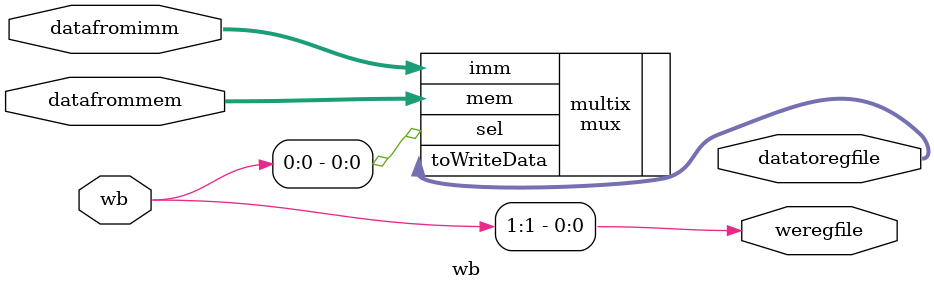
<source format=v>
`timescale 1ns / 1ps
module wb(
    input [31:0] datafrommem,
    input [31:0] datafromimm,
    input [1:0] wb,
    output [31:0] datatoregfile,
    output weregfile
    );
	 
	 assign weregfile = wb[1];
	 mux multix (
    .mem(datafrommem), 
    .imm(datafromimm), 
    .sel(wb[0]), 
    .toWriteData(datatoregfile)
    );


endmodule

</source>
